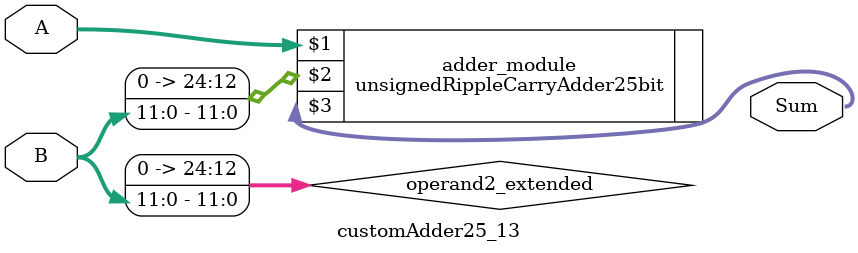
<source format=v>

module customAdder25_13(
                    input [24 : 0] A,
                    input [11 : 0] B,
                    
                    output [25 : 0] Sum
            );

    wire [24 : 0] operand2_extended;
    
    assign operand2_extended =  {13'b0, B};
    
    unsignedRippleCarryAdder25bit adder_module(
        A,
        operand2_extended,
        Sum
    );
    
endmodule
        
</source>
